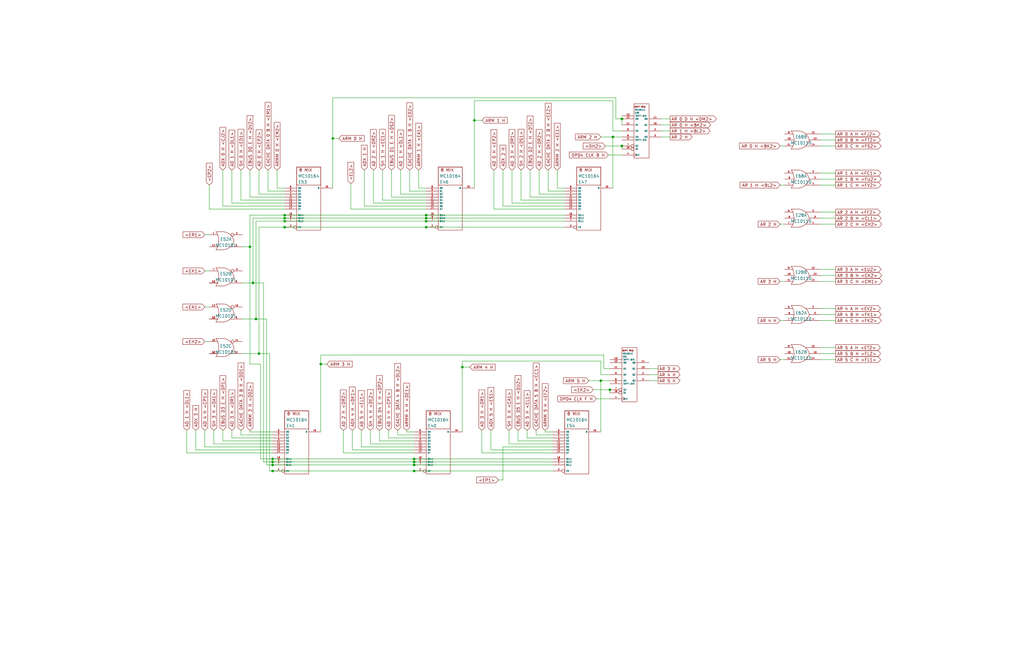
<source format=kicad_sch>
(kicad_sch (version 20211123) (generator eeschema)
  (paper "B")
  (title_block (title "DATA PATH AR REGISTER") (date "10/21/1976") (rev "A") (company "DIGITAL") (comment 1 "M8512-0-DP01"))
  (lib_symbols
    (symbol "DEC20:MC10101" (pin_names (offset 0) hide)
      (property "Reference" "E" (at -4.445 0 0))
      (property "Value" "MC10101" (at -6.35 6.35 0))
      (symbol "MC10101_0_0"
        (pin power_in line (at -6.35 6.35 270) (length 2.54) hide (name "VCC1") (number "1"))
        (pin power_in line (at -1.27 6.35 270) (length 3.556) hide (name "VCC2") (number "16"))
        (pin passive line (at -5.08 -6.35 90) (length 2.54) hide (name "VEE") (number "8"))
      )
      (symbol "MC10101_0_1"
        (arc (start -7.3662 -3.81) (mid -6.1452 0) (end -7.3662 3.81))
        (arc (start -4.1658 -3.81) (mid -1.3707 -2.584) (end 0.2538 0))
        (polyline (pts (xy -7.3662 -3.81) (xy -4.1912 -3.81)))
        (polyline (pts (xy -7.3662 3.81) (xy -4.1912 3.81)))
        (arc (start 0.2538 0) (mid -1.3634 2.5925) (end -4.1658 3.81))
        (pin input line (at -10.16 -2.54 0) (length 3.556) (name "COMin") (number "12"))
      )
      (symbol "MC10101_0_2"
        (arc (start -4.1658 -3.81) (mid -1.3707 -2.584) (end 0.2538 0))
        (polyline (pts (xy -7.62 -3.81) (xy -4.1912 -3.81)))
        (polyline (pts (xy -7.62 3.81) (xy -7.62 -3.81)))
        (polyline (pts (xy -7.62 3.81) (xy -4.1912 3.81)))
        (polyline (pts (xy -6.35 3.81) (xy -6.35 3.81)))
        (polyline (pts (xy -6.35 3.81) (xy -6.35 3.81)))
        (arc (start 0.2538 0) (mid -1.3634 2.5925) (end -4.1658 3.81))
        (pin input inverted (at -11.43 -2.54 0) (length 3.81) (name "COMin") (number "12"))
      )
      (symbol "MC10101_1_1"
        (pin output inverted (at 3.81 2.54 180) (length 4.826) (name "~Aout") (number "2"))
        (pin input line (at -10.16 2.54 0) (length 3.556) (name "Ain") (number "4"))
        (pin output line (at 3.81 -2.54 180) (length 5.08) (name "Aout") (number "5"))
      )
      (symbol "MC10101_1_2"
        (circle (center -8.89 2.54) (radius 0.0001))
        (pin output line (at 3.81 2.54 180) (length 5.08) (name "~Aout") (number "2"))
        (pin input inverted (at -11.43 2.54 0) (length 3.81) (name "Ain") (number "4"))
        (pin output inverted (at 3.81 -2.54 180) (length 4.826) (name "Aout") (number "5"))
      )
      (symbol "MC10101_2_1"
        (pin input line (at -10.16 -2.54 0) (length 3.556) (name "COMin") (number "12"))
        (pin output inverted (at 3.81 2.54 180) (length 4.826) (name "~Bout") (number "3"))
        (pin output line (at 3.81 -2.54 180) (length 5.08) (name "Bout") (number "6"))
        (pin input line (at -10.16 2.54 0) (length 3.556) (name "Bin") (number "7"))
      )
      (symbol "MC10101_2_2"
        (circle (center -8.89 2.54) (radius 0.0001))
        (pin output line (at 3.81 2.54 180) (length 5.08) (name "~Bout") (number "3"))
        (pin output inverted (at 3.81 -2.54 180) (length 4.826) (name "Bout") (number "6"))
        (pin input inverted (at -11.43 2.54 0) (length 3.81) (name "Bin") (number "7"))
      )
      (symbol "MC10101_3_1"
        (pin input line (at -10.16 2.54 0) (length 3.556) (name "Cin") (number "10"))
        (pin output line (at 3.81 -2.54 180) (length 5.08) (name "Cout") (number "11"))
        (pin input line (at -10.16 -2.54 0) (length 3.556) (name "COMin") (number "12"))
        (pin output inverted (at 3.81 2.54 180) (length 4.826) (name "~Cout") (number "14"))
      )
      (symbol "MC10101_3_2"
        (circle (center -8.89 2.54) (radius 0.0001))
        (pin input inverted (at -11.43 2.54 0) (length 3.81) (name "Cin") (number "10"))
        (pin output inverted (at 3.81 -2.54 180) (length 4.826) (name "Cout") (number "11"))
        (pin output line (at 3.81 2.54 180) (length 4.826) (name "~Cout") (number "14"))
      )
      (symbol "MC10101_4_1"
        (pin input line (at -10.16 -2.54 0) (length 3.556) (name "COMin") (number "12"))
        (pin input line (at -10.16 2.54 0) (length 3.556) (name "Din") (number "13"))
        (pin output inverted (at 3.81 2.54 180) (length 4.826) (name "~Dout") (number "15"))
        (pin output line (at 3.81 -2.54 180) (length 5.08) (name "Dout") (number "9"))
      )
      (symbol "MC10101_4_2"
        (circle (center -8.89 2.54) (radius 0.0001))
        (pin input inverted (at -11.43 2.54 0) (length 3.81) (name "Din") (number "13"))
        (pin output line (at 3.81 2.54 180) (length 5.08) (name "~Dout") (number "15"))
        (pin output inverted (at 3.81 -2.54 180) (length 4.826) (name "Dout") (number "9"))
      )
    )
    (symbol "DEC20:MC10110" (pin_names (offset 0) hide)
      (property "Reference" "E" (at -4.445 0 0))
      (property "Value" "MC10110" (at -6.35 6.35 0))
      (symbol "MC10110_0_0"
        (pin power_in line (at -6.35 6.35 270) (length 2.54) hide (name "VCC1") (number "1"))
        (pin power_in line (at -3.81 6.35 270) (length 2.54) hide (name "VCC1") (number "15"))
        (pin power_in line (at -1.27 6.35 270) (length 3.556) hide (name "VCC2") (number "16"))
        (pin passive line (at -5.08 -6.35 90) (length 2.54) hide (name "VEE") (number "8"))
      )
      (symbol "MC10110_0_1"
        (arc (start -7.3662 -3.81) (mid -6.1452 0) (end -7.3662 3.81))
        (arc (start -4.1658 -3.81) (mid -1.3707 -2.584) (end 0.2538 0))
        (polyline (pts (xy -7.3662 -3.81) (xy -4.1912 -3.81)))
        (polyline (pts (xy -7.3662 3.81) (xy -4.1912 3.81)))
        (arc (start 0.2538 0) (mid -1.3634 2.5925) (end -4.1658 3.81))
      )
      (symbol "MC10110_0_2"
        (arc (start -4.1658 -3.81) (mid -1.3707 -2.584) (end 0.2538 0))
        (polyline (pts (xy -7.62 -3.81) (xy -4.1912 -3.81)))
        (polyline (pts (xy -7.62 3.81) (xy -7.62 -3.81)))
        (polyline (pts (xy -7.62 3.81) (xy -4.1912 3.81)))
        (polyline (pts (xy -6.35 3.81) (xy -6.35 3.81)))
        (polyline (pts (xy -6.35 3.81) (xy -6.35 3.81)))
        (arc (start 0.2538 0) (mid -1.3634 2.5925) (end -4.1658 3.81))
      )
      (symbol "MC10110_1_1"
        (pin output line (at 5.08 2.54 180) (length 6.35) (name "Aout1") (number "2"))
        (pin output line (at 5.08 0 180) (length 4.826) (name "Aout2") (number "3"))
        (pin output line (at 5.08 -2.54 180) (length 6.35) (name "Aout3") (number "4"))
        (pin input line (at -10.16 2.54 0) (length 3.556) (name "Ain1") (number "5"))
        (pin input line (at -10.16 0 0) (length 4.064) (name "Ain2") (number "6"))
        (pin input line (at -10.16 -2.54 0) (length 3.556) (name "Ain3") (number "7"))
      )
      (symbol "MC10110_1_2"
        (circle (center -8.89 2.54) (radius 0.0001))
        (pin output inverted (at 5.08 2.54 180) (length 6.096) (name "Aout1") (number "2"))
        (pin output inverted (at 5.08 0 180) (length 4.826) (name "Aout2") (number "3"))
        (pin output inverted (at 5.08 -2.54 180) (length 6.096) (name "Aout3") (number "4"))
        (pin input inverted (at -11.43 2.54 0) (length 3.81) (name "Ain1") (number "5"))
        (pin input inverted (at -11.43 0 0) (length 3.81) (name "Ain2") (number "6"))
        (pin input inverted (at -11.43 -2.54 0) (length 3.81) (name "Ain3") (number "7"))
      )
      (symbol "MC10110_2_1"
        (pin input line (at -10.16 0 0) (length 3.81) (name "Bin2") (number "10"))
        (pin input line (at -10.16 -2.54 0) (length 3.556) (name "Bin3") (number "11"))
        (pin output line (at 5.08 2.54 180) (length 6.35) (name "Bout1") (number "12"))
        (pin output line (at 5.08 0 180) (length 4.826) (name "Bout2") (number "13"))
        (pin output line (at 5.08 -2.54 180) (length 6.35) (name "Bout3") (number "14"))
        (pin input line (at -10.16 2.54 0) (length 3.556) (name "Bin1") (number "9"))
      )
      (symbol "MC10110_2_2"
        (pin input inverted (at -11.43 0 0) (length 3.81) (name "Bin2") (number "10"))
        (pin input inverted (at -11.43 -2.54 0) (length 3.81) (name "Bin3") (number "11"))
        (pin output inverted (at 5.08 2.54 180) (length 6.096) (name "Bout1") (number "12"))
        (pin output inverted (at 5.08 0 180) (length 4.826) (name "Bout2") (number "13"))
        (pin output inverted (at 5.08 -2.54 180) (length 6.096) (name "Bout3") (number "14"))
        (pin input inverted (at -11.43 2.54 0) (length 3.81) (name "Bin1") (number "9"))
      )
    )
    (symbol "DEC20:MC10141"
      (property "Reference" "E" (at 1.27 17.78 0))
      (property "Value" "MC10141" (at 2.54 19.05 0))
      (symbol "MC10141_0_0"
        (rectangle (start 0 17.78) (end 0 17.78))
        (rectangle (start 1.27 16.51) (end 1.27 16.51))
        (text "SHFT REG" (at 2.54 20.32 0) (effects (font (size 0.635 0.635))))
      )
      (symbol "MC10141_0_1"
        (rectangle (start 0 21.59) (end 6.35 -1.27))
      )
      (symbol "MC10141_1_1"
        (pin input inverted (at -5.08 2.54 0) (length 5.08) (name "S1") (number "10"))
        (pin input line (at -5.08 12.7 0) (length 5.08) (name "D1") (number "11"))
        (pin input line (at -5.08 15.24 0) (length 5.08) (name "D0") (number "12"))
        (pin input line (at -5.08 16.51 0) (length 5.08) (name "SHFT-0IN") (number "13"))
        (pin output line (at 11.43 15.24 180) (length 5.08) (name "Q0") (number "14"))
        (pin output line (at 11.43 12.7 180) (length 5.08) (name "Q1") (number "15"))
        (pin output line (at 11.43 10.16 180) (length 5.08) (name "Q2") (number "2"))
        (pin output line (at 11.43 7.62 180) (length 5.08) (name "Q3") (number "3"))
        (pin input clock (at -5.08 0 0) (length 5.08) (name "CLK") (number "4"))
        (pin input line (at -5.08 6.35 0) (length 5.08) (name "SHFT-3IN") (number "5"))
        (pin input line (at -5.08 7.62 0) (length 5.08) (name "D3") (number "6"))
        (pin input inverted (at -5.08 3.81 0) (length 5.08) (name "S2") (number "7"))
        (pin input line (at -5.08 10.16 0) (length 5.08) (name "D2") (number "9"))
      )
    )
    (symbol "DEC20:MC10164"
      (property "Reference" "E" (at 1.27 20.32 0))
      (property "Value" "MC10164" (at 5.08 22.86 0))
      (symbol "MC10164_0_0"
        (rectangle (start 0 26.67) (end 10.16 0))
        (rectangle (start 10.16 19.05) (end 0 26.67))
        (text "8 MIX" (at 3.81 25.4 0) (effects (font (size 1.27 1.27))))
      )
      (symbol "MC10164_1_1"
        (pin input line (at -5.08 6.35 0) (length 5.08) (name "SEL4") (number "10"))
        (pin input line (at -5.08 12.7 0) (length 5.08) (name "D4") (number "11"))
        (pin input line (at -5.08 11.43 0) (length 5.08) (name "D5") (number "12"))
        (pin input line (at -5.08 10.16 0) (length 5.08) (name "D6") (number "13"))
        (pin input line (at -5.08 8.89 0) (length 5.08) (name "D7") (number "14"))
        (pin output line (at 15.24 17.78 180) (length 5.08) (name "B") (number "15"))
        (pin input inverted (at -5.08 1.27 0) (length 5.08) (name "EN") (number "2"))
        (pin input line (at -5.08 13.97 0) (length 5.08) (name "D3") (number "3"))
        (pin input line (at -5.08 15.24 0) (length 5.08) (name "D2") (number "4"))
        (pin input line (at -5.08 16.51 0) (length 5.08) (name "D1") (number "5"))
        (pin input line (at -5.08 17.78 0) (length 5.08) (name "D0") (number "6"))
        (pin input line (at -5.08 3.81 0) (length 5.08) (name "SEL1") (number "7"))
        (pin input line (at -5.08 5.08 0) (length 5.08) (name "SEL2") (number "9"))
      )
    )
    (symbol "MC10110_1" (pin_names (offset 0) hide)
      (property "Reference" "E" (at -4.445 0 0))
      (property "Value" "MC10110_1" (at -6.35 6.35 0))
      (symbol "MC10110_1_0_0"
        (pin power_in line (at -6.35 6.35 270) (length 2.54) hide (name "VCC1") (number "1"))
        (pin power_in line (at -3.81 6.35 270) (length 2.54) hide (name "VCC1") (number "15"))
        (pin power_in line (at -1.27 6.35 270) (length 3.556) hide (name "VCC2") (number "16"))
        (pin passive line (at -5.08 -6.35 90) (length 2.54) hide (name "VEE") (number "8"))
      )
      (symbol "MC10110_1_0_1"
        (arc (start -7.3662 -3.81) (mid -6.1452 0) (end -7.3662 3.81))
        (arc (start -4.1658 -3.81) (mid -1.3707 -2.584) (end 0.2538 0))
        (polyline (pts (xy -7.3662 -3.81) (xy -4.1912 -3.81)))
        (polyline (pts (xy -7.3662 3.81) (xy -4.1912 3.81)))
        (arc (start 0.2538 0) (mid -1.3634 2.5925) (end -4.1658 3.81))
      )
      (symbol "MC10110_1_0_2"
        (arc (start -4.1658 -3.81) (mid -1.3707 -2.584) (end 0.2538 0))
        (polyline (pts (xy -7.62 -3.81) (xy -4.1912 -3.81)))
        (polyline (pts (xy -7.62 3.81) (xy -7.62 -3.81)))
        (polyline (pts (xy -7.62 3.81) (xy -4.1912 3.81)))
        (polyline (pts (xy -6.35 3.81) (xy -6.35 3.81)))
        (polyline (pts (xy -6.35 3.81) (xy -6.35 3.81)))
        (arc (start 0.2538 0) (mid -1.3634 2.5925) (end -4.1658 3.81))
      )
      (symbol "MC10110_1_1_1"
        (pin output line (at 5.08 2.54 180) (length 6.35) (name "Aout1") (number "2"))
        (pin output line (at 5.08 0 180) (length 4.826) (name "Aout2") (number "3"))
        (pin output line (at 5.08 -2.54 180) (length 6.35) (name "Aout3") (number "4"))
        (pin input line (at -10.16 2.54 0) (length 3.556) (name "Ain1") (number "5"))
        (pin input line (at -10.16 0 0) (length 4.064) (name "Ain2") (number "6"))
        (pin input line (at -10.16 -2.54 0) (length 3.556) (name "Ain3") (number "7"))
      )
      (symbol "MC10110_1_1_2"
        (circle (center -8.89 2.54) (radius 0.0001))
        (pin output inverted (at 5.08 2.54 180) (length 6.096) (name "Aout1") (number "2"))
        (pin output inverted (at 5.08 0 180) (length 4.826) (name "Aout2") (number "3"))
        (pin output inverted (at 5.08 -2.54 180) (length 6.096) (name "Aout3") (number "4"))
        (pin input inverted (at -11.43 2.54 0) (length 3.81) (name "Ain1") (number "5"))
        (pin input inverted (at -11.43 0 0) (length 3.81) (name "Ain2") (number "6"))
        (pin input inverted (at -11.43 -2.54 0) (length 3.81) (name "Ain3") (number "7"))
      )
      (symbol "MC10110_1_2_1"
        (pin input line (at -10.16 0 0) (length 3.81) (name "Bin2") (number "10"))
        (pin input line (at -10.16 -2.54 0) (length 3.556) (name "Bin3") (number "11"))
        (pin output line (at 5.08 2.54 180) (length 6.35) (name "Bout1") (number "12"))
        (pin output line (at 5.08 0 180) (length 4.826) (name "Bout2") (number "13"))
        (pin output line (at 5.08 -2.54 180) (length 6.35) (name "Bout3") (number "14"))
        (pin input line (at -10.16 2.54 0) (length 3.556) (name "Bin1") (number "9"))
      )
      (symbol "MC10110_1_2_2"
        (pin input inverted (at -11.43 0 0) (length 3.81) (name "Bin2") (number "10"))
        (pin input inverted (at -11.43 -2.54 0) (length 3.81) (name "Bin3") (number "11"))
        (pin output inverted (at 5.08 2.54 180) (length 6.096) (name "Bout1") (number "12"))
        (pin output inverted (at 5.08 0 180) (length 4.826) (name "Bout2") (number "13"))
        (pin output inverted (at 5.08 -2.54 180) (length 6.096) (name "Bout3") (number "14"))
        (pin input inverted (at -11.43 2.54 0) (length 3.81) (name "Bin1") (number "9"))
      )
    )
    (symbol "MC10110_2" (pin_names (offset 0) hide)
      (property "Reference" "E" (at -4.445 0 0))
      (property "Value" "MC10110_2" (at -6.35 6.35 0))
      (symbol "MC10110_2_0_0"
        (pin power_in line (at -6.35 6.35 270) (length 2.54) hide (name "VCC1") (number "1"))
        (pin power_in line (at -3.81 6.35 270) (length 2.54) hide (name "VCC1") (number "15"))
        (pin power_in line (at -1.27 6.35 270) (length 3.556) hide (name "VCC2") (number "16"))
        (pin passive line (at -5.08 -6.35 90) (length 2.54) hide (name "VEE") (number "8"))
      )
      (symbol "MC10110_2_0_1"
        (arc (start -7.3662 -3.81) (mid -6.1452 0) (end -7.3662 3.81))
        (arc (start -4.1658 -3.81) (mid -1.3707 -2.584) (end 0.2538 0))
        (polyline (pts (xy -7.3662 -3.81) (xy -4.1912 -3.81)))
        (polyline (pts (xy -7.3662 3.81) (xy -4.1912 3.81)))
        (arc (start 0.2538 0) (mid -1.3634 2.5925) (end -4.1658 3.81))
      )
      (symbol "MC10110_2_0_2"
        (arc (start -4.1658 -3.81) (mid -1.3707 -2.584) (end 0.2538 0))
        (polyline (pts (xy -7.62 -3.81) (xy -4.1912 -3.81)))
        (polyline (pts (xy -7.62 3.81) (xy -7.62 -3.81)))
        (polyline (pts (xy -7.62 3.81) (xy -4.1912 3.81)))
        (polyline (pts (xy -6.35 3.81) (xy -6.35 3.81)))
        (polyline (pts (xy -6.35 3.81) (xy -6.35 3.81)))
        (arc (start 0.2538 0) (mid -1.3634 2.5925) (end -4.1658 3.81))
      )
      (symbol "MC10110_2_1_1"
        (pin output line (at 5.08 2.54 180) (length 6.35) (name "Aout1") (number "2"))
        (pin output line (at 5.08 0 180) (length 4.826) (name "Aout2") (number "3"))
        (pin output line (at 5.08 -2.54 180) (length 6.35) (name "Aout3") (number "4"))
        (pin input line (at -10.16 2.54 0) (length 3.556) (name "Ain1") (number "5"))
        (pin input line (at -10.16 0 0) (length 4.064) (name "Ain2") (number "6"))
        (pin input line (at -10.16 -2.54 0) (length 3.556) (name "Ain3") (number "7"))
      )
      (symbol "MC10110_2_1_2"
        (circle (center -8.89 2.54) (radius 0.0001))
        (pin output inverted (at 5.08 2.54 180) (length 6.096) (name "Aout1") (number "2"))
        (pin output inverted (at 5.08 0 180) (length 4.826) (name "Aout2") (number "3"))
        (pin output inverted (at 5.08 -2.54 180) (length 6.096) (name "Aout3") (number "4"))
        (pin input inverted (at -11.43 2.54 0) (length 3.81) (name "Ain1") (number "5"))
        (pin input inverted (at -11.43 0 0) (length 3.81) (name "Ain2") (number "6"))
        (pin input inverted (at -11.43 -2.54 0) (length 3.81) (name "Ain3") (number "7"))
      )
      (symbol "MC10110_2_2_1"
        (pin input line (at -10.16 0 0) (length 3.81) (name "Bin2") (number "10"))
        (pin input line (at -10.16 -2.54 0) (length 3.556) (name "Bin3") (number "11"))
        (pin output line (at 5.08 2.54 180) (length 6.35) (name "Bout1") (number "12"))
        (pin output line (at 5.08 0 180) (length 4.826) (name "Bout2") (number "13"))
        (pin output line (at 5.08 -2.54 180) (length 6.35) (name "Bout3") (number "14"))
        (pin input line (at -10.16 2.54 0) (length 3.556) (name "Bin1") (number "9"))
      )
      (symbol "MC10110_2_2_2"
        (pin input inverted (at -11.43 0 0) (length 3.81) (name "Bin2") (number "10"))
        (pin input inverted (at -11.43 -2.54 0) (length 3.81) (name "Bin3") (number "11"))
        (pin output inverted (at 5.08 2.54 180) (length 6.096) (name "Bout1") (number "12"))
        (pin output inverted (at 5.08 0 180) (length 4.826) (name "Bout2") (number "13"))
        (pin output inverted (at 5.08 -2.54 180) (length 6.096) (name "Bout3") (number "14"))
        (pin input inverted (at -11.43 2.54 0) (length 3.81) (name "Bin1") (number "9"))
      )
    )
    (symbol "MC10110_3" (pin_names (offset 0) hide)
      (property "Reference" "E" (at -4.445 0 0))
      (property "Value" "MC10110_3" (at -6.35 6.35 0))
      (symbol "MC10110_3_0_0"
        (pin power_in line (at -6.35 6.35 270) (length 2.54) hide (name "VCC1") (number "1"))
        (pin power_in line (at -3.81 6.35 270) (length 2.54) hide (name "VCC1") (number "15"))
        (pin power_in line (at -1.27 6.35 270) (length 3.556) hide (name "VCC2") (number "16"))
        (pin passive line (at -5.08 -6.35 90) (length 2.54) hide (name "VEE") (number "8"))
      )
      (symbol "MC10110_3_0_1"
        (arc (start -7.3662 -3.81) (mid -6.1452 0) (end -7.3662 3.81))
        (arc (start -4.1658 -3.81) (mid -1.3707 -2.584) (end 0.2538 0))
        (polyline (pts (xy -7.3662 -3.81) (xy -4.1912 -3.81)))
        (polyline (pts (xy -7.3662 3.81) (xy -4.1912 3.81)))
        (arc (start 0.2538 0) (mid -1.3634 2.5925) (end -4.1658 3.81))
      )
      (symbol "MC10110_3_0_2"
        (arc (start -4.1658 -3.81) (mid -1.3707 -2.584) (end 0.2538 0))
        (polyline (pts (xy -7.62 -3.81) (xy -4.1912 -3.81)))
        (polyline (pts (xy -7.62 3.81) (xy -7.62 -3.81)))
        (polyline (pts (xy -7.62 3.81) (xy -4.1912 3.81)))
        (polyline (pts (xy -6.35 3.81) (xy -6.35 3.81)))
        (polyline (pts (xy -6.35 3.81) (xy -6.35 3.81)))
        (arc (start 0.2538 0) (mid -1.3634 2.5925) (end -4.1658 3.81))
      )
      (symbol "MC10110_3_1_1"
        (pin output line (at 5.08 2.54 180) (length 6.35) (name "Aout1") (number "2"))
        (pin output line (at 5.08 0 180) (length 4.826) (name "Aout2") (number "3"))
        (pin output line (at 5.08 -2.54 180) (length 6.35) (name "Aout3") (number "4"))
        (pin input line (at -10.16 2.54 0) (length 3.556) (name "Ain1") (number "5"))
        (pin input line (at -10.16 0 0) (length 4.064) (name "Ain2") (number "6"))
        (pin input line (at -10.16 -2.54 0) (length 3.556) (name "Ain3") (number "7"))
      )
      (symbol "MC10110_3_1_2"
        (circle (center -8.89 2.54) (radius 0.0001))
        (pin output inverted (at 5.08 2.54 180) (length 6.096) (name "Aout1") (number "2"))
        (pin output inverted (at 5.08 0 180) (length 4.826) (name "Aout2") (number "3"))
        (pin output inverted (at 5.08 -2.54 180) (length 6.096) (name "Aout3") (number "4"))
        (pin input inverted (at -11.43 2.54 0) (length 3.81) (name "Ain1") (number "5"))
        (pin input inverted (at -11.43 0 0) (length 3.81) (name "Ain2") (number "6"))
        (pin input inverted (at -11.43 -2.54 0) (length 3.81) (name "Ain3") (number "7"))
      )
      (symbol "MC10110_3_2_1"
        (pin input line (at -10.16 0 0) (length 3.81) (name "Bin2") (number "10"))
        (pin input line (at -10.16 -2.54 0) (length 3.556) (name "Bin3") (number "11"))
        (pin output line (at 5.08 2.54 180) (length 6.35) (name "Bout1") (number "12"))
        (pin output line (at 5.08 0 180) (length 4.826) (name "Bout2") (number "13"))
        (pin output line (at 5.08 -2.54 180) (length 6.35) (name "Bout3") (number "14"))
        (pin input line (at -10.16 2.54 0) (length 3.556) (name "Bin1") (number "9"))
      )
      (symbol "MC10110_3_2_2"
        (pin input inverted (at -11.43 0 0) (length 3.81) (name "Bin2") (number "10"))
        (pin input inverted (at -11.43 -2.54 0) (length 3.81) (name "Bin3") (number "11"))
        (pin output inverted (at 5.08 2.54 180) (length 6.096) (name "Bout1") (number "12"))
        (pin output inverted (at 5.08 0 180) (length 4.826) (name "Bout2") (number "13"))
        (pin output inverted (at 5.08 -2.54 180) (length 6.096) (name "Bout3") (number "14"))
        (pin input inverted (at -11.43 2.54 0) (length 3.81) (name "Bin1") (number "9"))
      )
    )
  )
  (junction (at 179.705 92.075))
  (junction (at 140.335 58.42))
  (junction (at 120.015 90.805))
  (junction (at 114.935 193.675))
  (junction (at 120.015 92.075))
  (junction (at 257.175 164.465))
  (junction (at 120.015 95.885))
  (junction (at 135.255 153.67))
  (junction (at 120.015 93.345))
  (junction (at 179.705 95.885))
  (junction (at 258.445 57.785))
  (junction (at 179.705 93.345))
  (junction (at 174.625 193.675))
  (junction (at 114.935 198.755))
  (junction (at 174.625 196.215))
  (junction (at 174.625 194.945))
  (junction (at 105.41 104.14))
  (junction (at 179.705 90.805))
  (junction (at 109.22 149.225))
  (junction (at 253.365 160.655))
  (junction (at 194.945 154.94))
  (junction (at 107.95 134.62))
  (junction (at 200.025 50.8))
  (junction (at 114.935 194.945))
  (junction (at 262.255 61.595))
  (junction (at 106.68 119.38))
  (junction (at 114.935 196.215))
  (junction (at 262.255 50.165))
  (junction (at 174.625 198.755))
  (wire (pts (xy 140.335 58.42) (xy 142.875 58.42)))
  (wire (pts (xy 273.685 155.575) (xy 277.495 155.575)))
  (wire (pts (xy 346.075 61.595) (xy 352.425 61.595)))
  (wire (pts (xy 140.335 58.42) (xy 140.335 79.375)))
  (wire (pts (xy 215.9 71.755) (xy 215.9 85.725)))
  (wire (pts (xy 248.285 160.655) (xy 253.365 160.655)))
  (wire (pts (xy 254.635 149.86) (xy 135.255 149.86)))
  (wire (pts (xy 328.93 61.595) (xy 330.835 61.595)))
  (wire (pts (xy 346.075 56.515) (xy 352.425 56.515)))
  (wire (pts (xy 352.425 89.535) (xy 346.075 89.535)))
  (wire (pts (xy 179.705 93.345) (xy 238.125 93.345)))
  (wire (pts (xy 147.955 88.265) (xy 179.705 88.265)))
  (wire (pts (xy 223.52 71.755) (xy 223.52 83.185)))
  (wire (pts (xy 140.335 41.275) (xy 140.335 58.42)))
  (wire (pts (xy 208.28 71.755) (xy 208.28 88.265)))
  (wire (pts (xy 179.705 90.805) (xy 238.125 90.805)))
  (wire (pts (xy 163.83 184.785) (xy 174.625 184.785)))
  (wire (pts (xy 212.09 86.995) (xy 238.125 86.995)))
  (wire (pts (xy 97.79 71.755) (xy 97.79 85.725)))
  (wire (pts (xy 278.765 55.245) (xy 282.575 55.245)))
  (wire (pts (xy 257.175 158.115) (xy 253.365 158.115)))
  (wire (pts (xy 82.55 189.865) (xy 114.935 189.865)))
  (wire (pts (xy 114.935 194.945) (xy 174.625 194.945)))
  (wire (pts (xy 112.395 134.62) (xy 112.395 196.215)))
  (wire (pts (xy 120.015 92.075) (xy 179.705 92.075)))
  (wire (pts (xy 218.44 186.055) (xy 233.045 186.055)))
  (wire (pts (xy 86.36 129.54) (xy 88.265 129.54)))
  (wire (pts (xy 352.425 113.665) (xy 346.075 113.665)))
  (wire (pts (xy 109.22 149.225) (xy 109.22 95.885)))
  (wire (pts (xy 135.255 149.86) (xy 135.255 153.67)))
  (wire (pts (xy 259.715 41.275) (xy 140.335 41.275)))
  (wire (pts (xy 219.71 84.455) (xy 238.125 84.455)))
  (wire (pts (xy 93.98 181.61) (xy 93.98 186.055)))
  (wire (pts (xy 203.2 191.135) (xy 233.045 191.135)))
  (wire (pts (xy 262.255 50.165) (xy 259.715 50.165)))
  (wire (pts (xy 165.1 83.185) (xy 179.705 83.185)))
  (wire (pts (xy 82.55 181.61) (xy 82.55 189.865)))
  (wire (pts (xy 86.36 114.3) (xy 88.265 114.3)))
  (wire (pts (xy 156.21 187.325) (xy 174.625 187.325)))
  (wire (pts (xy 135.255 153.67) (xy 137.795 153.67)))
  (wire (pts (xy 262.255 55.245) (xy 258.445 55.245)))
  (wire (pts (xy 161.29 71.755) (xy 161.29 84.455)))
  (wire (pts (xy 106.68 92.075) (xy 120.015 92.075)))
  (wire (pts (xy 194.945 154.94) (xy 194.945 182.245)))
  (wire (pts (xy 251.46 168.275) (xy 257.175 168.275)))
  (wire (pts (xy 172.72 80.645) (xy 179.705 80.645)))
  (wire (pts (xy 90.17 181.61) (xy 90.17 187.325)))
  (wire (pts (xy 200.025 50.8) (xy 203.2 50.8)))
  (wire (pts (xy 231.14 71.755) (xy 231.14 80.645)))
  (wire (pts (xy 93.98 186.055) (xy 114.935 186.055)))
  (wire (pts (xy 346.075 92.075) (xy 352.425 92.075)))
  (wire (pts (xy 253.365 158.115) (xy 253.365 152.4)))
  (wire (pts (xy 160.02 181.61) (xy 160.02 186.055)))
  (wire (pts (xy 200.025 50.8) (xy 200.025 79.375)))
  (wire (pts (xy 168.91 71.755) (xy 168.91 81.915)))
  (wire (pts (xy 212.09 71.755) (xy 212.09 86.995)))
  (wire (pts (xy 346.075 116.205) (xy 352.425 116.205)))
  (wire (pts (xy 144.78 191.135) (xy 174.625 191.135)))
  (wire (pts (xy 109.22 81.915) (xy 120.015 81.915)))
  (wire (pts (xy 258.445 57.785) (xy 258.445 79.375)))
  (wire (pts (xy 328.93 118.745) (xy 330.835 118.745)))
  (wire (pts (xy 174.625 193.675) (xy 233.045 193.675)))
  (wire (pts (xy 97.79 181.61) (xy 97.79 184.785)))
  (wire (pts (xy 219.71 71.755) (xy 219.71 84.455)))
  (wire (pts (xy 111.125 119.38) (xy 111.125 194.945)))
  (wire (pts (xy 109.855 193.675) (xy 114.935 193.675)))
  (wire (pts (xy 107.95 134.62) (xy 107.95 93.345)))
  (wire (pts (xy 147.955 77.47) (xy 147.955 88.265)))
  (wire (pts (xy 253.365 152.4) (xy 194.945 152.4)))
  (wire (pts (xy 250.19 164.465) (xy 257.175 164.465)))
  (wire (pts (xy 346.075 151.765) (xy 352.425 151.765)))
  (wire (pts (xy 157.48 85.725) (xy 179.705 85.725)))
  (wire (pts (xy 148.59 189.865) (xy 174.625 189.865)))
  (wire (pts (xy 153.67 71.755) (xy 153.67 86.995)))
  (wire (pts (xy 93.98 86.995) (xy 120.015 86.995)))
  (wire (pts (xy 229.87 182.245) (xy 233.045 182.245)))
  (wire (pts (xy 208.28 88.265) (xy 238.125 88.265)))
  (wire (pts (xy 101.6 183.515) (xy 114.935 183.515)))
  (wire (pts (xy 105.41 182.245) (xy 114.935 182.245)))
  (wire (pts (xy 231.14 80.645) (xy 238.125 80.645)))
  (wire (pts (xy 102.235 134.62) (xy 107.95 134.62)))
  (wire (pts (xy 214.63 187.325) (xy 233.045 187.325)))
  (wire (pts (xy 328.93 151.765) (xy 330.835 151.765)))
  (wire (pts (xy 262.255 50.165) (xy 262.255 52.705)))
  (wire (pts (xy 105.41 71.755) (xy 105.41 83.185)))
  (wire (pts (xy 278.765 50.165) (xy 282.575 50.165)))
  (wire (pts (xy 234.95 71.755) (xy 234.95 79.375)))
  (wire (pts (xy 153.67 86.995) (xy 179.705 86.995)))
  (wire (pts (xy 157.48 71.755) (xy 157.48 85.725)))
  (wire (pts (xy 278.765 57.785) (xy 282.575 57.785)))
  (wire (pts (xy 135.255 153.67) (xy 135.255 182.245)))
  (wire (pts (xy 93.98 71.755) (xy 93.98 86.995)))
  (wire (pts (xy 167.64 183.515) (xy 174.625 183.515)))
  (wire (pts (xy 109.22 149.225) (xy 113.665 149.225)))
  (wire (pts (xy 273.685 160.655) (xy 277.495 160.655)))
  (wire (pts (xy 346.075 94.615) (xy 352.425 94.615)))
  (wire (pts (xy 105.41 104.14) (xy 105.41 153.67)))
  (wire (pts (xy 227.33 81.915) (xy 238.125 81.915)))
  (wire (pts (xy 253.365 160.655) (xy 253.365 182.245)))
  (wire (pts (xy 101.6 71.755) (xy 101.6 84.455)))
  (wire (pts (xy 78.74 191.135) (xy 114.935 191.135)))
  (wire (pts (xy 113.665 198.755) (xy 114.935 198.755)))
  (wire (pts (xy 148.59 181.61) (xy 148.59 189.865)))
  (wire (pts (xy 171.45 181.61) (xy 171.45 182.245)))
  (wire (pts (xy 105.41 181.61) (xy 105.41 182.245)))
  (wire (pts (xy 346.075 78.105) (xy 352.425 78.105)))
  (wire (pts (xy 120.015 90.805) (xy 179.705 90.805)))
  (wire (pts (xy 226.06 181.61) (xy 226.06 183.515)))
  (wire (pts (xy 97.79 85.725) (xy 120.015 85.725)))
  (wire (pts (xy 88.265 88.265) (xy 120.015 88.265)))
  (wire (pts (xy 174.625 198.755) (xy 233.045 198.755)))
  (wire (pts (xy 194.945 154.94) (xy 198.12 154.94)))
  (wire (pts (xy 109.22 95.885) (xy 120.015 95.885)))
  (wire (pts (xy 86.36 181.61) (xy 86.36 188.595)))
  (wire (pts (xy 168.91 81.915) (xy 179.705 81.915)))
  (wire (pts (xy 144.78 181.61) (xy 144.78 191.135)))
  (wire (pts (xy 109.855 153.67) (xy 109.855 193.675)))
  (wire (pts (xy 105.41 83.185) (xy 120.015 83.185)))
  (wire (pts (xy 106.68 119.38) (xy 106.68 92.075)))
  (wire (pts (xy 328.93 135.255) (xy 330.835 135.255)))
  (wire (pts (xy 328.93 94.615) (xy 330.835 94.615)))
  (wire (pts (xy 253.365 57.785) (xy 258.445 57.785)))
  (wire (pts (xy 210.185 202.565) (xy 212.09 202.565)))
  (wire (pts (xy 86.36 99.06) (xy 88.265 99.06)))
  (wire (pts (xy 105.41 153.67) (xy 109.855 153.67)))
  (wire (pts (xy 107.95 134.62) (xy 112.395 134.62)))
  (wire (pts (xy 86.36 144.145) (xy 88.265 144.145)))
  (wire (pts (xy 102.235 119.38) (xy 106.68 119.38)))
  (wire (pts (xy 106.68 119.38) (xy 111.125 119.38)))
  (wire (pts (xy 222.25 184.785) (xy 233.045 184.785)))
  (wire (pts (xy 78.74 181.61) (xy 78.74 191.135)))
  (wire (pts (xy 116.84 79.375) (xy 120.015 79.375)))
  (wire (pts (xy 257.175 164.465) (xy 257.175 165.735)))
  (wire (pts (xy 114.935 193.675) (xy 174.625 193.675)))
  (wire (pts (xy 212.09 202.565) (xy 212.09 188.595)))
  (wire (pts (xy 258.445 57.785) (xy 262.255 57.785)))
  (wire (pts (xy 328.93 78.105) (xy 330.835 78.105)))
  (wire (pts (xy 174.625 194.945) (xy 233.045 194.945)))
  (wire (pts (xy 259.715 50.165) (xy 259.715 41.275)))
  (wire (pts (xy 223.52 83.185) (xy 238.125 83.185)))
  (wire (pts (xy 116.84 71.755) (xy 116.84 79.375)))
  (wire (pts (xy 214.63 181.61) (xy 214.63 187.325)))
  (wire (pts (xy 86.36 188.595) (xy 114.935 188.595)))
  (wire (pts (xy 161.29 84.455) (xy 179.705 84.455)))
  (wire (pts (xy 207.01 189.865) (xy 233.045 189.865)))
  (wire (pts (xy 273.685 158.115) (xy 277.495 158.115)))
  (wire (pts (xy 176.53 71.755) (xy 176.53 79.375)))
  (wire (pts (xy 207.01 181.61) (xy 207.01 189.865)))
  (wire (pts (xy 109.22 71.755) (xy 109.22 81.915)))
  (wire (pts (xy 152.4 181.61) (xy 152.4 188.595)))
  (wire (pts (xy 179.705 92.075) (xy 238.125 92.075)))
  (wire (pts (xy 114.935 196.215) (xy 174.625 196.215)))
  (wire (pts (xy 107.95 93.345) (xy 120.015 93.345)))
  (wire (pts (xy 105.41 104.14) (xy 105.41 90.805)))
  (wire (pts (xy 200.025 42.545) (xy 200.025 50.8)))
  (wire (pts (xy 253.365 160.655) (xy 257.175 160.655)))
  (wire (pts (xy 102.235 149.225) (xy 109.22 149.225)))
  (wire (pts (xy 163.83 181.61) (xy 163.83 184.785)))
  (wire (pts (xy 346.075 118.745) (xy 352.425 118.745)))
  (wire (pts (xy 101.6 181.61) (xy 101.6 183.515)))
  (wire (pts (xy 346.075 135.255) (xy 352.425 135.255)))
  (wire (pts (xy 255.27 61.595) (xy 262.255 61.595)))
  (wire (pts (xy 254.635 155.575) (xy 257.175 155.575)))
  (wire (pts (xy 229.87 181.61) (xy 229.87 182.245)))
  (wire (pts (xy 346.075 149.225) (xy 352.425 149.225)))
  (wire (pts (xy 254.635 149.86) (xy 254.635 155.575)))
  (wire (pts (xy 172.72 71.755) (xy 172.72 80.645)))
  (wire (pts (xy 346.075 75.565) (xy 352.425 75.565)))
  (wire (pts (xy 258.445 55.245) (xy 258.445 42.545)))
  (wire (pts (xy 88.265 78.105) (xy 88.265 88.265)))
  (wire (pts (xy 165.1 71.755) (xy 165.1 83.185)))
  (wire (pts (xy 203.2 181.61) (xy 203.2 191.135)))
  (wire (pts (xy 97.79 184.785) (xy 114.935 184.785)))
  (wire (pts (xy 160.02 186.055) (xy 174.625 186.055)))
  (wire (pts (xy 111.125 194.945) (xy 114.935 194.945)))
  (wire (pts (xy 352.425 146.685) (xy 346.075 146.685)))
  (wire (pts (xy 156.21 181.61) (xy 156.21 187.325)))
  (wire (pts (xy 222.25 181.61) (xy 222.25 184.785)))
  (wire (pts (xy 176.53 79.375) (xy 179.705 79.375)))
  (wire (pts (xy 102.235 104.14) (xy 105.41 104.14)))
  (wire (pts (xy 179.705 95.885) (xy 238.125 95.885)))
  (wire (pts (xy 278.765 52.705) (xy 282.575 52.705)))
  (wire (pts (xy 194.945 152.4) (xy 194.945 154.94)))
  (wire (pts (xy 346.075 132.715) (xy 352.425 132.715)))
  (wire (pts (xy 352.425 130.175) (xy 346.075 130.175)))
  (wire (pts (xy 215.9 85.725) (xy 238.125 85.725)))
  (wire (pts (xy 174.625 196.215) (xy 233.045 196.215)))
  (wire (pts (xy 152.4 188.595) (xy 174.625 188.595)))
  (wire (pts (xy 105.41 90.805) (xy 120.015 90.805)))
  (wire (pts (xy 167.64 181.61) (xy 167.64 183.515)))
  (wire (pts (xy 227.33 71.755) (xy 227.33 81.915)))
  (wire (pts (xy 256.54 65.405) (xy 262.255 65.405)))
  (wire (pts (xy 258.445 42.545) (xy 200.025 42.545)))
  (wire (pts (xy 120.015 95.885) (xy 179.705 95.885)))
  (wire (pts (xy 90.17 187.325) (xy 114.935 187.325)))
  (wire (pts (xy 262.255 61.595) (xy 262.255 62.865)))
  (wire (pts (xy 101.6 84.455) (xy 120.015 84.455)))
  (wire (pts (xy 113.03 80.645) (xy 120.015 80.645)))
  (wire (pts (xy 346.075 59.055) (xy 352.425 59.055)))
  (wire (pts (xy 114.935 198.755) (xy 174.625 198.755)))
  (wire (pts (xy 120.015 93.345) (xy 179.705 93.345)))
  (wire (pts (xy 226.06 183.515) (xy 233.045 183.515)))
  (wire (pts (xy 171.45 182.245) (xy 174.625 182.245)))
  (wire (pts (xy 113.665 149.225) (xy 113.665 198.755)))
  (wire (pts (xy 352.425 73.025) (xy 346.075 73.025)))
  (wire (pts (xy 212.09 188.595) (xy 233.045 188.595)))
  (wire (pts (xy 234.95 79.375) (xy 238.125 79.375)))
  (wire (pts (xy 218.44 181.61) (xy 218.44 186.055)))
  (wire (pts (xy 112.395 196.215) (xy 114.935 196.215)))
  (wire (pts (xy 113.03 71.755) (xy 113.03 80.645)))
  (global_label "ADX 2 H" (shape input) (at 212.09 71.755 90) (property "Intersheet References" "${INTERSHEET_REFS}" (effects hide)))
  (global_label "AR 5 C H <FL1>" (shape output) (at 352.425 151.765 0) (property "Intersheet References" "${INTERSHEET_REFS}" (effects hide)))
  (global_label "AR 1 C H <FV2>" (shape output) (at 352.425 78.105 0) (property "Intersheet References" "${INTERSHEET_REFS}" (effects hide)))
  (global_label "EBUS D3 E H <DP1>" (shape input) (at 93.98 181.61 90) (property "Intersheet References" "${INTERSHEET_REFS}" (effects hide)))
  (global_label "ARM 2 H" (shape input) (at 253.365 57.785 180) (property "Intersheet References" "${INTERSHEET_REFS}" (effects hide)))
  (global_label "CACHE DATA 0 B H <EM1>" (shape input) (at 113.03 71.755 90) (property "Intersheet References" "${INTERSHEET_REFS}" (effects hide)))
  (global_label "AR 5 H" (shape output) (at 277.495 160.655 0) (property "Intersheet References" "${INTERSHEET_REFS}" (effects hide)))
  (global_label "<ER1>" (shape input) (at 86.36 99.06 180) (property "Intersheet References" "${INTERSHEET_REFS}" (effects hide)))
  (global_label "AR 3 C H <CM1>" (shape output) (at 352.425 118.745 0) (property "Intersheet References" "${INTERSHEET_REFS}" (effects hide)))
  (global_label "ARM 1 H" (shape input) (at 203.2 50.8 0) (property "Intersheet References" "${INTERSHEET_REFS}" (effects hide)))
  (global_label "ARMM 5 H <EF2>" (shape input) (at 229.87 181.61 90) (property "Intersheet References" "${INTERSHEET_REFS}" (effects hide)))
  (global_label "SH 2 H <DS1>" (shape input) (at 219.71 71.755 90) (property "Intersheet References" "${INTERSHEET_REFS}" (effects hide)))
  (global_label "ARM 3 H" (shape input) (at 137.795 153.67 0) (property "Intersheet References" "${INTERSHEET_REFS}" (effects hide)))
  (global_label "CACHE DATA 5 B H <CC1>" (shape input) (at 226.06 181.61 90) (property "Intersheet References" "${INTERSHEET_REFS}" (effects hide)))
  (global_label "AD 0 H <EP2>" (shape input) (at 208.28 71.755 90) (property "Intersheet References" "${INTERSHEET_REFS}" (effects hide)))
  (global_label "ADX 3 H" (shape input) (at 82.55 181.61 90) (property "Intersheet References" "${INTERSHEET_REFS}" (effects hide)))
  (global_label "EBUS D1 E H <DS2>" (shape input) (at 165.1 71.755 90) (property "Intersheet References" "${INTERSHEET_REFS}" (effects hide)))
  (global_label "AD 4 H <CP1>" (shape input) (at 163.83 181.61 90) (property "Intersheet References" "${INTERSHEET_REFS}" (effects hide)))
  (global_label "ADX 1 H" (shape input) (at 153.67 71.755 90) (property "Intersheet References" "${INTERSHEET_REFS}" (effects hide)))
  (global_label "AR 4 C H <FK2>" (shape output) (at 352.425 135.255 0) (property "Intersheet References" "${INTERSHEET_REFS}" (effects hide)))
  (global_label "AR 1 H <BL2>" (shape output) (at 282.575 55.245 0) (property "Intersheet References" "${INTERSHEET_REFS}" (effects hide)))
  (global_label "AR 0 C H <FS2>" (shape output) (at 352.425 61.595 0) (property "Intersheet References" "${INTERSHEET_REFS}" (effects hide)))
  (global_label "AD 1 H <DL1>" (shape input) (at 78.74 181.61 90) (property "Intersheet References" "${INTERSHEET_REFS}" (effects hide)))
  (global_label "AR 2 A H <FF2>" (shape output) (at 352.425 89.535 0) (property "Intersheet References" "${INTERSHEET_REFS}" (effects hide)))
  (global_label "AR 2 C H <CH2>" (shape output) (at 352.425 94.615 0) (property "Intersheet References" "${INTERSHEET_REFS}" (effects hide)))
  (global_label "ARM 0 H" (shape input) (at 142.875 58.42 0) (property "Intersheet References" "${INTERSHEET_REFS}" (effects hide)))
  (global_label "AR 5 H" (shape input) (at 328.93 151.765 180) (property "Intersheet References" "${INTERSHEET_REFS}" (effects hide)))
  (global_label "ARM 5 H" (shape input) (at 248.285 160.655 180) (property "Intersheet References" "${INTERSHEET_REFS}" (effects hide)))
  (global_label "SH 0 H <ED1>" (shape input) (at 101.6 71.755 90) (property "Intersheet References" "${INTERSHEET_REFS}" (effects hide)))
  (global_label "AR 4 A H <EV2>" (shape output) (at 352.425 130.175 0) (property "Intersheet References" "${INTERSHEET_REFS}" (effects hide)))
  (global_label "AR 1 A H <FC1>" (shape output) (at 352.425 73.025 0) (property "Intersheet References" "${INTERSHEET_REFS}" (effects hide)))
  (global_label "AR 0 B H <FT2>" (shape output) (at 352.425 59.055 0) (property "Intersheet References" "${INTERSHEET_REFS}" (effects hide)))
  (global_label "AR 4 H" (shape input) (at 328.93 135.255 180) (property "Intersheet References" "${INTERSHEET_REFS}" (effects hide)))
  (global_label "ADX 4 H <DK1>" (shape input) (at 148.59 181.61 90) (property "Intersheet References" "${INTERSHEET_REFS}" (effects hide)))
  (global_label "AR 0 A H <FJ2>" (shape output) (at 352.425 56.515 0) (property "Intersheet References" "${INTERSHEET_REFS}" (effects hide)))
  (global_label "AR 0 H <BK2>" (shape input) (at 328.93 61.595 180) (property "Intersheet References" "${INTERSHEET_REFS}" (effects hide)))
  (global_label "DP04 CLK F H" (shape input) (at 251.46 168.275 180) (property "Intersheet References" "${INTERSHEET_REFS}" (effects hide)))
  (global_label "EBUS D4 E H <DP2>" (shape input) (at 160.02 181.61 90) (property "Intersheet References" "${INTERSHEET_REFS}" (effects hide)))
  (global_label "DP04 CLK B H" (shape input) (at 256.54 65.405 180) (property "Intersheet References" "${INTERSHEET_REFS}" (effects hide)))
  (global_label "AR 5 A H <ET2>" (shape output) (at 352.425 146.685 0) (property "Intersheet References" "${INTERSHEET_REFS}" (effects hide)))
  (global_label "CACHE DATA 4 B H <DL2>" (shape input) (at 167.64 181.61 90) (property "Intersheet References" "${INTERSHEET_REFS}" (effects hide)))
  (global_label "AR 4 H" (shape output) (at 277.495 158.115 0) (property "Intersheet References" "${INTERSHEET_REFS}" (effects hide)))
  (global_label "AD 3 H <DR1>" (shape input) (at 215.9 71.755 90) (property "Intersheet References" "${INTERSHEET_REFS}" (effects hide)))
  (global_label "EBUS D0 E H <DV2>" (shape input) (at 105.41 71.755 90) (property "Intersheet References" "${INTERSHEET_REFS}" (effects hide)))
  (global_label "CACHE DATA 1 B H <ED2>" (shape input) (at 172.72 71.755 90) (property "Intersheet References" "${INTERSHEET_REFS}" (effects hide)))
  (global_label "<EP1>" (shape input) (at 210.185 202.565 180) (property "Intersheet References" "${INTERSHEET_REFS}" (effects hide)))
  (global_label "AD 5 H <EL1>" (shape input) (at 222.25 181.61 90) (property "Intersheet References" "${INTERSHEET_REFS}" (effects hide)))
  (global_label "SH 1 H <EC1>" (shape input) (at 161.29 71.755 90) (property "Intersheet References" "${INTERSHEET_REFS}" (effects hide)))
  (global_label "ARMM 3 H <DD2>" (shape input) (at 105.41 181.61 90) (property "Intersheet References" "${INTERSHEET_REFS}" (effects hide)))
  (global_label "AR 0 H <BK2>" (shape output) (at 282.575 52.705 0) (property "Intersheet References" "${INTERSHEET_REFS}" (effects hide)))
  (global_label "AR 1 H <BL2>" (shape input) (at 328.93 78.105 180) (property "Intersheet References" "${INTERSHEET_REFS}" (effects hide)))
  (global_label "<CP2>" (shape input) (at 88.265 78.105 90) (property "Intersheet References" "${INTERSHEET_REFS}" (effects hide)))
  (global_label "ARMM 4 H <DE1>" (shape input) (at 171.45 181.61 90) (property "Intersheet References" "${INTERSHEET_REFS}" (effects hide)))
  (global_label "<EL2>" (shape input) (at 147.955 77.47 90) (property "Intersheet References" "${INTERSHEET_REFS}" (effects hide)))
  (global_label "<EN1>" (shape input) (at 86.36 129.54 180) (property "Intersheet References" "${INTERSHEET_REFS}" (effects hide)))
  (global_label "AR 2 H" (shape input) (at 328.93 94.615 180) (property "Intersheet References" "${INTERSHEET_REFS}" (effects hide)))
  (global_label "AD 1 H <DL1>" (shape input) (at 168.91 71.755 90) (property "Intersheet References" "${INTERSHEET_REFS}" (effects hide)))
  (global_label "AR 4 B H <FK1>" (shape output) (at 352.425 132.715 0) (property "Intersheet References" "${INTERSHEET_REFS}" (effects hide)))
  (global_label "SH 3 H <DA1>" (shape input) (at 90.17 181.61 90) (property "Intersheet References" "${INTERSHEET_REFS}" (effects hide)))
  (global_label "AR 2 H" (shape output) (at 282.575 57.785 0) (property "Intersheet References" "${INTERSHEET_REFS}" (effects hide)))
  (global_label "AD 1 H <DL1>" (shape input) (at 97.79 71.755 90) (property "Intersheet References" "${INTERSHEET_REFS}" (effects hide)))
  (global_label "ARMM 2 H <EE1>" (shape input) (at 234.95 71.755 90) (property "Intersheet References" "${INTERSHEET_REFS}" (effects hide)))
  (global_label "AR 3 B H <CK2>" (shape output) (at 352.425 116.205 0) (property "Intersheet References" "${INTERSHEET_REFS}" (effects hide)))
  (global_label "ARMM 0 H <EM2>" (shape input) (at 116.84 71.755 90) (property "Intersheet References" "${INTERSHEET_REFS}" (effects hide)))
  (global_label "AR 3 H" (shape input) (at 328.93 118.745 180) (property "Intersheet References" "${INTERSHEET_REFS}" (effects hide)))
  (global_label "<DH2>" (shape input) (at 255.27 61.595 180) (property "Intersheet References" "${INTERSHEET_REFS}" (effects hide)))
  (global_label "AD 2 H <DR2>" (shape input) (at 144.78 181.61 90) (property "Intersheet References" "${INTERSHEET_REFS}" (effects hide)))
  (global_label "AD 2 H <DR2>" (shape input) (at 227.33 71.755 90) (property "Intersheet References" "${INTERSHEET_REFS}" (effects hide)))
  (global_label "ADX 0 H <CJ2>" (shape input) (at 93.98 71.755 90) (property "Intersheet References" "${INTERSHEET_REFS}" (effects hide)))
  (global_label "AR 0 D H <DM2>" (shape output) (at 282.575 50.165 0) (property "Intersheet References" "${INTERSHEET_REFS}" (effects hide)))
  (global_label "<EK1>" (shape input) (at 86.36 114.3 180) (property "Intersheet References" "${INTERSHEET_REFS}" (effects hide)))
  (global_label "SH 4 H <DE2>" (shape input) (at 156.21 181.61 90) (property "Intersheet References" "${INTERSHEET_REFS}" (effects hide)))
  (global_label "AD 0 H <EP2>" (shape input) (at 109.22 71.755 90) (property "Intersheet References" "${INTERSHEET_REFS}" (effects hide)))
  (global_label "AD 3 H <DR1>" (shape input) (at 203.2 181.61 90) (property "Intersheet References" "${INTERSHEET_REFS}" (effects hide)))
  (global_label "AR 1 B H <FU2>" (shape output) (at 352.425 75.565 0) (property "Intersheet References" "${INTERSHEET_REFS}" (effects hide)))
  (global_label "ARM 4 H" (shape input) (at 198.12 154.94 0) (property "Intersheet References" "${INTERSHEET_REFS}" (effects hide)))
  (global_label "AR 5 B H <FL2>" (shape output) (at 352.425 149.225 0) (property "Intersheet References" "${INTERSHEET_REFS}" (effects hide)))
  (global_label "EBUS D5 E H <DU2>" (shape input) (at 218.44 181.61 90) (property "Intersheet References" "${INTERSHEET_REFS}" (effects hide)))
  (global_label "SH 5 H <CA1>" (shape input) (at 214.63 181.61 90) (property "Intersheet References" "${INTERSHEET_REFS}" (effects hide)))
  (global_label "ADX 5 H <ES1>" (shape input) (at 207.01 181.61 90) (property "Intersheet References" "${INTERSHEET_REFS}" (effects hide)))
  (global_label "AR 2 B H <CL1>" (shape output) (at 352.425 92.075 0) (property "Intersheet References" "${INTERSHEET_REFS}" (effects hide)))
  (global_label "<EH2>" (shape input) (at 86.36 144.145 180) (property "Intersheet References" "${INTERSHEET_REFS}" (effects hide)))
  (global_label "AD 4 H <CP1>" (shape input) (at 86.36 181.61 90) (property "Intersheet References" "${INTERSHEET_REFS}" (effects hide)))
  (global_label "CACHE DATA 3 B H <DD1>" (shape input) (at 101.6 181.61 90) (property "Intersheet References" "${INTERSHEET_REFS}" (effects hide)))
  (global_label "ARMM 1 H <EA1>" (shape input) (at 176.53 71.755 90) (property "Intersheet References" "${INTERSHEET_REFS}" (effects hide)))
  (global_label "AD 5 H <EL1>" (shape input) (at 152.4 181.61 90) (property "Intersheet References" "${INTERSHEET_REFS}" (effects hide)))
  (global_label "EBUS D2 E H <DT2>" (shape input) (at 223.52 71.755 90) (property "Intersheet References" "${INTERSHEET_REFS}" (effects hide)))
  (global_label "AR 3 A H <EU2>" (shape output) (at 352.425 113.665 0) (property "Intersheet References" "${INTERSHEET_REFS}" (effects hide)))
  (global_label "AD 3 H <DR1>" (shape input) (at 97.79 181.61 90) (property "Intersheet References" "${INTERSHEET_REFS}" (effects hide)))
  (global_label "CACHE DATA 2 B H <EE2>" (shape input) (at 231.14 71.755 90) (property "Intersheet References" "${INTERSHEET_REFS}" (effects hide)))
  (global_label "<EK2>" (shape input) (at 250.19 164.465 180) (property "Intersheet References" "${INTERSHEET_REFS}" (effects hide)))
  (global_label "AR 3 H" (shape output) (at 277.495 155.575 0) (property "Intersheet References" "${INTERSHEET_REFS}" (effects hide)))
  (global_label "AD 2 H <DR2>" (shape input) (at 157.48 71.755 90) (property "Intersheet References" "${INTERSHEET_REFS}" (effects hide)))
  (symbol (lib_id "DEC20:MC10141") (at 267.335 65.405 0) (unit 1)
    (property "Reference" "E39" (at 268.605 47.625 0) (effects (font (size 0.635 0.635))))
    (property "Value" "MC10141" (at 269.875 46.355 0) (effects (font (size 0.635 0.635))))
  )
  (symbol (lib_id "DEC20:MC10101") (at 98.425 132.08 0) (unit 4)
    (property "Reference" "E52" (at 95.25 130.81 0))
    (property "Value" "MC10101" (at 95.25 133.35 0))
  )
  (symbol (lib_id "DEC20:MC10101") (at 98.425 146.685 0) (unit 3)
    (property "Reference" "E52" (at 95.25 146.05 0))
    (property "Value" "MC10101" (at 95.25 148.59 0))
  )
  (symbol (lib_id "DEC20:MC10110") (at 340.995 132.715 0) (unit 1)
    (property "Reference" "E62" (at 337.82 132.08 0))
    (property "Value" "MC10110" (at 337.8199 134.62 0))
  )
  (symbol (lib_id "DEC20:MC10110") (at 340.995 149.225 0) (unit 2)
    (property "Reference" "E62" (at 337.82 148.59 0))
    (property "Value" "MC10110" (at 337.8199 151.13 0))
  )
  (symbol (lib_id "DEC20:MC10164") (at 243.205 97.155 0) (unit 1)
    (property "Reference" "E47" (at 245.745 76.835 0))
    (property "Value" "MC10164" (at 248.285 74.295 0))
  )
  (symbol (lib_id "DEC20:MC10101") (at 98.425 101.6 0) (unit 1)
    (property "Reference" "E52" (at 95.25 100.965 0))
    (property "Value" "MC10101" (at 95.25 103.505 0))
  )
  (symbol (lib_id "DEC20:MC10164") (at 179.705 200.025 0) (unit 1)
    (property "Reference" "E40" (at 182.245 179.705 0))
    (property "Value" "MC10164" (at 184.785 177.165 0))
  )
  (symbol (lib_id "DEC20:MC10164") (at 125.095 97.155 0) (unit 1)
    (property "Reference" "E53" (at 127.635 76.835 0))
    (property "Value" "MC10164" (at 130.175 74.295 0))
  )
  (symbol (lib_id "DEC20:MC10110") (at 340.995 116.205 0) (unit 2)
    (property "Reference" "E28" (at 337.82 114.935 0))
    (property "Value" "MC10110" (at 337.8199 117.475 0))
  )
  (symbol (lib_id "DEC20:MC10141") (at 262.255 168.275 0) (unit 1)
    (property "Reference" "E51" (at 263.525 150.495 0) (effects (font (size 0.635 0.635))))
    (property "Value" "MC10141" (at 264.795 149.225 0) (effects (font (size 0.635 0.635))))
  )
  (symbol (lib_id "DEC20:MC10164") (at 238.125 200.025 0) (unit 1)
    (property "Reference" "E54" (at 240.665 179.705 0))
    (property "Value" "MC10164" (at 243.205 177.165 0))
  )
  (symbol (lib_id "DEC20:MC10164") (at 120.015 200.025 0) (unit 1)
    (property "Reference" "E41" (at 122.555 179.705 0))
    (property "Value" "MC10164" (at 125.095 177.165 0))
  )
  (symbol (lib_id "DEC20:MC10164") (at 184.785 97.155 0) (unit 1)
    (property "Reference" "E46" (at 187.325 76.835 0))
    (property "Value" "MC10164" (at 189.865 74.295 0))
  )
  (symbol (lib_name "MC10110_1") (lib_id "DEC20:MC10110") (at 340.995 59.055 0) (unit 2)
    (property "Reference" "E68" (at 337.8201 57.785 0))
    (property "Value" "MC10110" (at 337.82 60.325 0))
  )
  (symbol (lib_name "MC10110_3") (lib_id "DEC20:MC10110") (at 340.995 92.075 0) (unit 1)
    (property "Reference" "E28" (at 337.82 90.805 0))
    (property "Value" "MC10110" (at 337.8199 93.345 0))
  )
  (symbol (lib_id "DEC20:MC10101") (at 98.425 116.84 0) (unit 2)
    (property "Reference" "E52" (at 95.25 115.57 0))
    (property "Value" "MC10101" (at 95.25 118.11 0))
  )
  (symbol (lib_name "MC10110_2") (lib_id "DEC20:MC10110") (at 340.995 75.565 0) (unit 1)
    (property "Reference" "E68" (at 337.82 74.295 0))
    (property "Value" "MC10110" (at 337.8199 76.835 0))
  )
)
</source>
